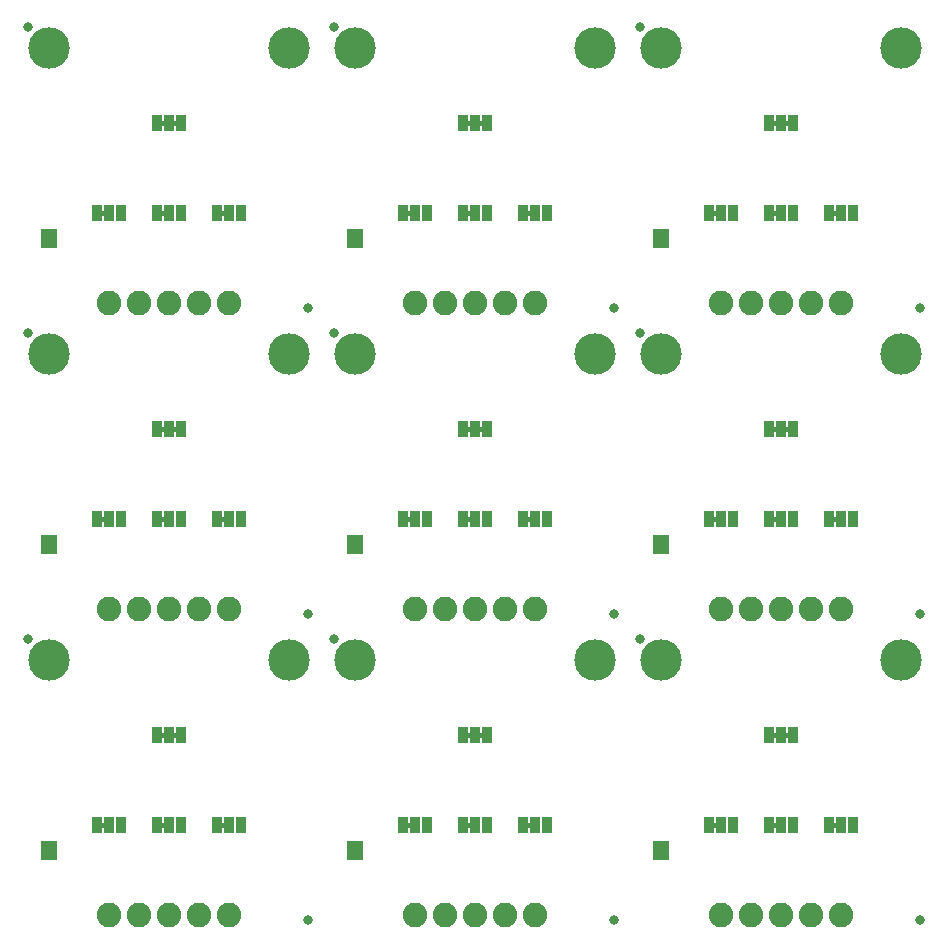
<source format=gbs>
G75*
%MOIN*%
%OFA0B0*%
%FSLAX25Y25*%
%IPPOS*%
%LPD*%
%AMOC8*
5,1,8,0,0,1.08239X$1,22.5*
%
%ADD10C,0.13800*%
%ADD11R,0.03300X0.05800*%
%ADD12C,0.00500*%
%ADD13C,0.08200*%
%ADD14C,0.03300*%
%ADD15R,0.05800X0.03300*%
D10*
X0038750Y0118750D03*
X0118750Y0118750D03*
X0140750Y0118750D03*
X0220750Y0118750D03*
X0242750Y0118750D03*
X0322750Y0118750D03*
X0322750Y0220750D03*
X0242750Y0220750D03*
X0220750Y0220750D03*
X0140750Y0220750D03*
X0118750Y0220750D03*
X0038750Y0220750D03*
X0038750Y0322750D03*
X0118750Y0322750D03*
X0140750Y0322750D03*
X0220750Y0322750D03*
X0242750Y0322750D03*
X0322750Y0322750D03*
D11*
X0286750Y0297750D03*
X0282750Y0297750D03*
X0278750Y0297750D03*
X0278750Y0267750D03*
X0282750Y0267750D03*
X0286750Y0267750D03*
X0298750Y0267750D03*
X0302750Y0267750D03*
X0306750Y0267750D03*
X0266750Y0267750D03*
X0262750Y0267750D03*
X0258750Y0267750D03*
X0204750Y0267750D03*
X0200750Y0267750D03*
X0196750Y0267750D03*
X0184750Y0267750D03*
X0180750Y0267750D03*
X0176750Y0267750D03*
X0164750Y0267750D03*
X0160750Y0267750D03*
X0156750Y0267750D03*
X0176750Y0297750D03*
X0180750Y0297750D03*
X0184750Y0297750D03*
X0102750Y0267750D03*
X0098750Y0267750D03*
X0094750Y0267750D03*
X0082750Y0267750D03*
X0078750Y0267750D03*
X0074750Y0267750D03*
X0062750Y0267750D03*
X0058750Y0267750D03*
X0054750Y0267750D03*
X0074750Y0297750D03*
X0078750Y0297750D03*
X0082750Y0297750D03*
X0082750Y0195750D03*
X0078750Y0195750D03*
X0074750Y0195750D03*
X0074750Y0165750D03*
X0078750Y0165750D03*
X0082750Y0165750D03*
X0094750Y0165750D03*
X0098750Y0165750D03*
X0102750Y0165750D03*
X0062750Y0165750D03*
X0058750Y0165750D03*
X0054750Y0165750D03*
X0074750Y0093750D03*
X0078750Y0093750D03*
X0082750Y0093750D03*
X0082750Y0063750D03*
X0078750Y0063750D03*
X0074750Y0063750D03*
X0062750Y0063750D03*
X0058750Y0063750D03*
X0054750Y0063750D03*
X0094750Y0063750D03*
X0098750Y0063750D03*
X0102750Y0063750D03*
X0156750Y0063750D03*
X0160750Y0063750D03*
X0164750Y0063750D03*
X0176750Y0063750D03*
X0180750Y0063750D03*
X0184750Y0063750D03*
X0196750Y0063750D03*
X0200750Y0063750D03*
X0204750Y0063750D03*
X0184750Y0093750D03*
X0180750Y0093750D03*
X0176750Y0093750D03*
X0176750Y0165750D03*
X0180750Y0165750D03*
X0184750Y0165750D03*
X0196750Y0165750D03*
X0200750Y0165750D03*
X0204750Y0165750D03*
X0184750Y0195750D03*
X0180750Y0195750D03*
X0176750Y0195750D03*
X0164750Y0165750D03*
X0160750Y0165750D03*
X0156750Y0165750D03*
X0258750Y0165750D03*
X0262750Y0165750D03*
X0266750Y0165750D03*
X0278750Y0165750D03*
X0282750Y0165750D03*
X0286750Y0165750D03*
X0298750Y0165750D03*
X0302750Y0165750D03*
X0306750Y0165750D03*
X0286750Y0195750D03*
X0282750Y0195750D03*
X0278750Y0195750D03*
X0278750Y0093750D03*
X0282750Y0093750D03*
X0286750Y0093750D03*
X0286750Y0063750D03*
X0282750Y0063750D03*
X0278750Y0063750D03*
X0266750Y0063750D03*
X0262750Y0063750D03*
X0258750Y0063750D03*
X0298750Y0063750D03*
X0302750Y0063750D03*
X0306750Y0063750D03*
D12*
X0301500Y0063646D02*
X0300000Y0063646D01*
X0300000Y0063250D02*
X0301500Y0063250D01*
X0301500Y0064250D01*
X0300000Y0064250D01*
X0300000Y0063250D01*
X0300000Y0064144D02*
X0301500Y0064144D01*
X0281500Y0064144D02*
X0280000Y0064144D01*
X0280000Y0064250D02*
X0280000Y0063250D01*
X0281500Y0063250D01*
X0281500Y0064250D01*
X0280000Y0064250D01*
X0280000Y0063646D02*
X0281500Y0063646D01*
X0261500Y0063646D02*
X0260000Y0063646D01*
X0260000Y0063250D02*
X0261500Y0063250D01*
X0261500Y0064250D01*
X0260000Y0064250D01*
X0260000Y0063250D01*
X0260000Y0064144D02*
X0261500Y0064144D01*
X0280000Y0093250D02*
X0285500Y0093250D01*
X0285500Y0094250D01*
X0280000Y0094250D01*
X0280000Y0093250D01*
X0280000Y0093556D02*
X0285500Y0093556D01*
X0285500Y0094055D02*
X0280000Y0094055D01*
X0280000Y0165250D02*
X0281500Y0165250D01*
X0281500Y0166250D01*
X0280000Y0166250D01*
X0280000Y0165250D01*
X0280000Y0165342D02*
X0281500Y0165342D01*
X0281500Y0165841D02*
X0280000Y0165841D01*
X0300000Y0165841D02*
X0301500Y0165841D01*
X0301500Y0166250D02*
X0301500Y0165250D01*
X0300000Y0165250D01*
X0300000Y0166250D01*
X0301500Y0166250D01*
X0301500Y0165342D02*
X0300000Y0165342D01*
X0285500Y0195250D02*
X0280000Y0195250D01*
X0280000Y0196250D01*
X0285500Y0196250D01*
X0285500Y0195250D01*
X0285500Y0195253D02*
X0280000Y0195253D01*
X0280000Y0195751D02*
X0285500Y0195751D01*
X0285500Y0196250D02*
X0280000Y0196250D01*
X0261500Y0166250D02*
X0261500Y0165250D01*
X0260000Y0165250D01*
X0260000Y0166250D01*
X0261500Y0166250D01*
X0261500Y0165841D02*
X0260000Y0165841D01*
X0260000Y0165342D02*
X0261500Y0165342D01*
X0199500Y0165342D02*
X0198000Y0165342D01*
X0198000Y0165250D02*
X0199500Y0165250D01*
X0199500Y0166250D01*
X0198000Y0166250D01*
X0198000Y0165250D01*
X0198000Y0165841D02*
X0199500Y0165841D01*
X0179500Y0165841D02*
X0178000Y0165841D01*
X0178000Y0166250D02*
X0178000Y0165250D01*
X0179500Y0165250D01*
X0179500Y0166250D01*
X0178000Y0166250D01*
X0178000Y0165342D02*
X0179500Y0165342D01*
X0159500Y0165342D02*
X0158000Y0165342D01*
X0158000Y0165250D02*
X0159500Y0165250D01*
X0159500Y0166250D01*
X0158000Y0166250D01*
X0158000Y0165250D01*
X0158000Y0165841D02*
X0159500Y0165841D01*
X0178000Y0195250D02*
X0183500Y0195250D01*
X0183500Y0196250D01*
X0178000Y0196250D01*
X0178000Y0195250D01*
X0178000Y0195253D02*
X0183500Y0195253D01*
X0183500Y0195751D02*
X0178000Y0195751D01*
X0178000Y0196250D02*
X0183500Y0196250D01*
X0179500Y0267250D02*
X0178000Y0267250D01*
X0178000Y0268250D01*
X0179500Y0268250D01*
X0179500Y0267250D01*
X0179500Y0267537D02*
X0178000Y0267537D01*
X0178000Y0268035D02*
X0179500Y0268035D01*
X0198000Y0268035D02*
X0199500Y0268035D01*
X0199500Y0268250D02*
X0199500Y0267250D01*
X0198000Y0267250D01*
X0198000Y0268250D01*
X0199500Y0268250D01*
X0199500Y0267537D02*
X0198000Y0267537D01*
X0183500Y0297250D02*
X0178000Y0297250D01*
X0178000Y0298250D01*
X0183500Y0298250D01*
X0183500Y0297250D01*
X0183500Y0297448D02*
X0178000Y0297448D01*
X0178000Y0297946D02*
X0183500Y0297946D01*
X0159500Y0268250D02*
X0159500Y0267250D01*
X0158000Y0267250D01*
X0158000Y0268250D01*
X0159500Y0268250D01*
X0159500Y0268035D02*
X0158000Y0268035D01*
X0158000Y0267537D02*
X0159500Y0267537D01*
X0097500Y0267537D02*
X0096000Y0267537D01*
X0096000Y0267250D02*
X0097500Y0267250D01*
X0097500Y0268250D01*
X0096000Y0268250D01*
X0096000Y0267250D01*
X0096000Y0268035D02*
X0097500Y0268035D01*
X0077500Y0268035D02*
X0076000Y0268035D01*
X0076000Y0268250D02*
X0076000Y0267250D01*
X0077500Y0267250D01*
X0077500Y0268250D01*
X0076000Y0268250D01*
X0076000Y0267537D02*
X0077500Y0267537D01*
X0057500Y0267537D02*
X0056000Y0267537D01*
X0056000Y0267250D02*
X0057500Y0267250D01*
X0057500Y0268250D01*
X0056000Y0268250D01*
X0056000Y0267250D01*
X0056000Y0268035D02*
X0057500Y0268035D01*
X0076000Y0297250D02*
X0081500Y0297250D01*
X0081500Y0298250D01*
X0076000Y0298250D01*
X0076000Y0297250D01*
X0076000Y0297448D02*
X0081500Y0297448D01*
X0081500Y0297946D02*
X0076000Y0297946D01*
X0076000Y0196250D02*
X0076000Y0195250D01*
X0081500Y0195250D01*
X0081500Y0196250D01*
X0076000Y0196250D01*
X0081500Y0196250D01*
X0081500Y0195751D02*
X0076000Y0195751D01*
X0076000Y0195253D02*
X0081500Y0195253D01*
X0077500Y0166250D02*
X0077500Y0165250D01*
X0076000Y0165250D01*
X0076000Y0166250D01*
X0077500Y0166250D01*
X0077500Y0165841D02*
X0076000Y0165841D01*
X0076000Y0165342D02*
X0077500Y0165342D01*
X0057500Y0165342D02*
X0056000Y0165342D01*
X0056000Y0165250D02*
X0057500Y0165250D01*
X0057500Y0166250D01*
X0056000Y0166250D01*
X0056000Y0165250D01*
X0056000Y0165841D02*
X0057500Y0165841D01*
X0096000Y0165841D02*
X0097500Y0165841D01*
X0097500Y0166250D02*
X0097500Y0165250D01*
X0096000Y0165250D01*
X0096000Y0166250D01*
X0097500Y0166250D01*
X0097500Y0165342D02*
X0096000Y0165342D01*
X0081500Y0094250D02*
X0076000Y0094250D01*
X0076000Y0093250D01*
X0081500Y0093250D01*
X0081500Y0094250D01*
X0081500Y0094055D02*
X0076000Y0094055D01*
X0076000Y0093556D02*
X0081500Y0093556D01*
X0077500Y0064250D02*
X0077500Y0063250D01*
X0076000Y0063250D01*
X0076000Y0064250D01*
X0077500Y0064250D01*
X0077500Y0064144D02*
X0076000Y0064144D01*
X0076000Y0063646D02*
X0077500Y0063646D01*
X0057500Y0063646D02*
X0056000Y0063646D01*
X0056000Y0063250D02*
X0057500Y0063250D01*
X0057500Y0064250D01*
X0056000Y0064250D01*
X0056000Y0063250D01*
X0056000Y0064144D02*
X0057500Y0064144D01*
X0096000Y0064144D02*
X0097500Y0064144D01*
X0097500Y0064250D02*
X0097500Y0063250D01*
X0096000Y0063250D01*
X0096000Y0064250D01*
X0097500Y0064250D01*
X0097500Y0063646D02*
X0096000Y0063646D01*
X0158000Y0063646D02*
X0159500Y0063646D01*
X0159500Y0063250D02*
X0159500Y0064250D01*
X0158000Y0064250D01*
X0158000Y0063250D01*
X0159500Y0063250D01*
X0159500Y0064144D02*
X0158000Y0064144D01*
X0178000Y0064144D02*
X0179500Y0064144D01*
X0179500Y0064250D02*
X0179500Y0063250D01*
X0178000Y0063250D01*
X0178000Y0064250D01*
X0179500Y0064250D01*
X0179500Y0063646D02*
X0178000Y0063646D01*
X0198000Y0063646D02*
X0199500Y0063646D01*
X0199500Y0063250D02*
X0199500Y0064250D01*
X0198000Y0064250D01*
X0198000Y0063250D01*
X0199500Y0063250D01*
X0199500Y0064144D02*
X0198000Y0064144D01*
X0183500Y0093250D02*
X0178000Y0093250D01*
X0178000Y0094250D01*
X0183500Y0094250D01*
X0183500Y0093250D01*
X0183500Y0093556D02*
X0178000Y0093556D01*
X0178000Y0094055D02*
X0183500Y0094055D01*
X0260000Y0267250D02*
X0261500Y0267250D01*
X0261500Y0268250D01*
X0260000Y0268250D01*
X0260000Y0267250D01*
X0260000Y0267537D02*
X0261500Y0267537D01*
X0261500Y0268035D02*
X0260000Y0268035D01*
X0280000Y0268035D02*
X0281500Y0268035D01*
X0281500Y0268250D02*
X0281500Y0267250D01*
X0280000Y0267250D01*
X0280000Y0268250D01*
X0281500Y0268250D01*
X0281500Y0267537D02*
X0280000Y0267537D01*
X0300000Y0267537D02*
X0301500Y0267537D01*
X0301500Y0267250D02*
X0301500Y0268250D01*
X0300000Y0268250D01*
X0300000Y0267250D01*
X0301500Y0267250D01*
X0301500Y0268035D02*
X0300000Y0268035D01*
X0285500Y0297250D02*
X0280000Y0297250D01*
X0280000Y0298250D01*
X0285500Y0298250D01*
X0285500Y0297250D01*
X0285500Y0297448D02*
X0280000Y0297448D01*
X0280000Y0297946D02*
X0285500Y0297946D01*
D13*
X0282750Y0237750D03*
X0272750Y0237750D03*
X0262750Y0237750D03*
X0292750Y0237750D03*
X0302750Y0237750D03*
X0200750Y0237750D03*
X0190750Y0237750D03*
X0180750Y0237750D03*
X0170750Y0237750D03*
X0160750Y0237750D03*
X0098750Y0237750D03*
X0088750Y0237750D03*
X0078750Y0237750D03*
X0068750Y0237750D03*
X0058750Y0237750D03*
X0058750Y0135750D03*
X0068750Y0135750D03*
X0078750Y0135750D03*
X0088750Y0135750D03*
X0098750Y0135750D03*
X0160750Y0135750D03*
X0170750Y0135750D03*
X0180750Y0135750D03*
X0190750Y0135750D03*
X0200750Y0135750D03*
X0262750Y0135750D03*
X0272750Y0135750D03*
X0282750Y0135750D03*
X0292750Y0135750D03*
X0302750Y0135750D03*
X0302750Y0033750D03*
X0292750Y0033750D03*
X0282750Y0033750D03*
X0272750Y0033750D03*
X0262750Y0033750D03*
X0200750Y0033750D03*
X0190750Y0033750D03*
X0180750Y0033750D03*
X0170750Y0033750D03*
X0160750Y0033750D03*
X0098750Y0033750D03*
X0088750Y0033750D03*
X0078750Y0033750D03*
X0068750Y0033750D03*
X0058750Y0033750D03*
D14*
X0125250Y0032250D03*
X0133750Y0125750D03*
X0125250Y0134250D03*
X0031750Y0125750D03*
X0031750Y0227750D03*
X0125250Y0236250D03*
X0133750Y0227750D03*
X0227250Y0236250D03*
X0235750Y0227750D03*
X0329250Y0236250D03*
X0235750Y0329750D03*
X0133750Y0329750D03*
X0031750Y0329750D03*
X0227250Y0134250D03*
X0235750Y0125750D03*
X0329250Y0134250D03*
X0329250Y0032250D03*
X0227250Y0032250D03*
D15*
X0038750Y0053650D03*
X0038750Y0056850D03*
X0038750Y0155650D03*
X0038750Y0158850D03*
X0140750Y0158850D03*
X0140750Y0155650D03*
X0242750Y0155650D03*
X0242750Y0158850D03*
X0242750Y0257650D03*
X0242750Y0260850D03*
X0140750Y0260850D03*
X0140750Y0257650D03*
X0038750Y0257650D03*
X0038750Y0260850D03*
X0140750Y0056850D03*
X0140750Y0053650D03*
X0242750Y0053650D03*
X0242750Y0056850D03*
M02*

</source>
